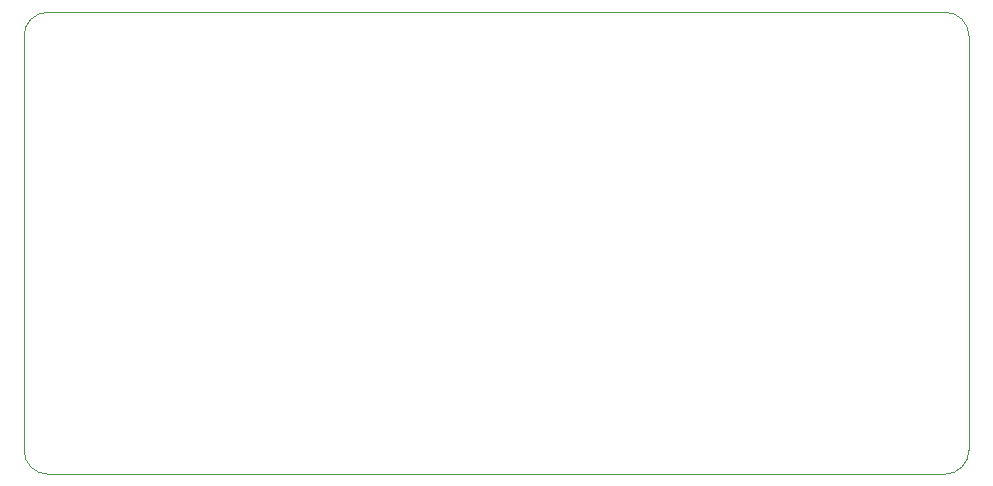
<source format=gm1>
G04 #@! TF.GenerationSoftware,KiCad,Pcbnew,(5.1.7)-1*
G04 #@! TF.CreationDate,2021-05-02T01:56:36-07:00*
G04 #@! TF.ProjectId,computer_rgb_controller,636f6d70-7574-4657-925f-7267625f636f,rev?*
G04 #@! TF.SameCoordinates,Original*
G04 #@! TF.FileFunction,Profile,NP*
%FSLAX46Y46*%
G04 Gerber Fmt 4.6, Leading zero omitted, Abs format (unit mm)*
G04 Created by KiCad (PCBNEW (5.1.7)-1) date 2021-05-02 01:56:36*
%MOMM*%
%LPD*%
G01*
G04 APERTURE LIST*
G04 #@! TA.AperFunction,Profile*
%ADD10C,0.050000*%
G04 #@! TD*
G04 APERTURE END LIST*
D10*
X79502000Y-73406000D02*
G75*
G02*
X77470000Y-71374000I0J2032000D01*
G01*
X77470000Y-36322000D02*
G75*
G02*
X79502000Y-34290000I2032000J0D01*
G01*
X155448000Y-34290000D02*
G75*
G02*
X157480000Y-36322000I0J-2032000D01*
G01*
X155448000Y-73406000D02*
X79502000Y-73406000D01*
X157480000Y-71374000D02*
G75*
G02*
X155448000Y-73406000I-2032000J0D01*
G01*
X155448000Y-73406000D02*
X155448000Y-73406000D01*
X157480000Y-71374000D02*
X157480000Y-36322000D01*
X77470000Y-36322000D02*
X77470000Y-71374000D01*
X155448000Y-34290000D02*
X79502000Y-34290000D01*
M02*

</source>
